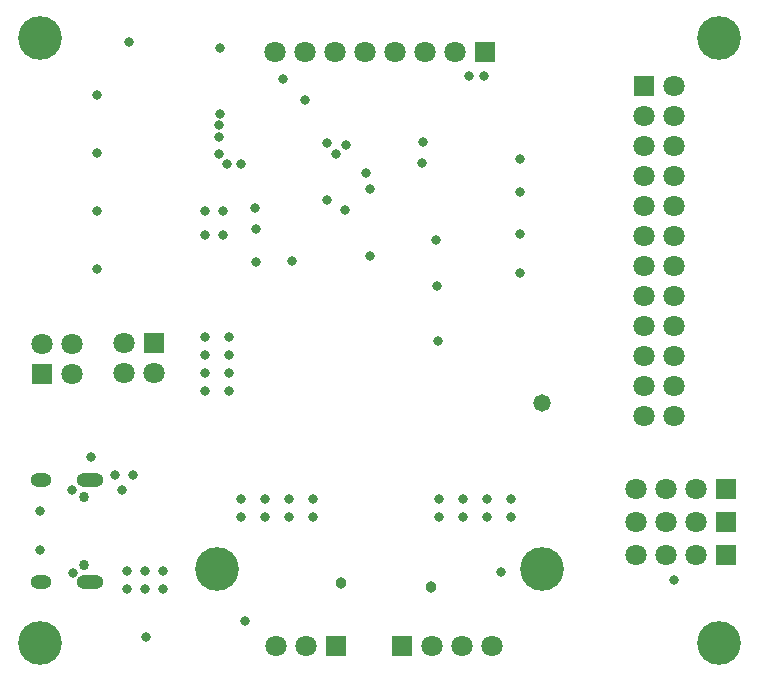
<source format=gbs>
G04 Layer_Color=16711935*
%FSLAX25Y25*%
%MOIN*%
G70*
G01*
G75*
%ADD77C,0.07099*%
%ADD78R,0.07099X0.07099*%
%ADD79C,0.14579*%
%ADD80R,0.07099X0.07099*%
%ADD81C,0.03398*%
%ADD82O,0.09068X0.04737*%
%ADD83O,0.07099X0.04737*%
%ADD84C,0.03200*%
%ADD85C,0.03800*%
%ADD86C,0.05800*%
D77*
X516500Y267600D02*
D03*
X506500D02*
D03*
X516500Y287600D02*
D03*
X506500D02*
D03*
X516500Y307600D02*
D03*
X506500D02*
D03*
X516500Y327600D02*
D03*
X506500D02*
D03*
X516500Y347600D02*
D03*
X506500D02*
D03*
X516500Y367600D02*
D03*
Y357600D02*
D03*
X506500D02*
D03*
Y337600D02*
D03*
X516500D02*
D03*
X506500Y317600D02*
D03*
X516500D02*
D03*
X506500Y297600D02*
D03*
X516500D02*
D03*
X506500Y277600D02*
D03*
X516500D02*
D03*
X506500Y257600D02*
D03*
X516500D02*
D03*
X393307Y378937D02*
D03*
X413307Y378937D02*
D03*
X433307Y378937D02*
D03*
X443307D02*
D03*
X423307D02*
D03*
X403307D02*
D03*
X383307D02*
D03*
X513900Y233500D02*
D03*
X523900D02*
D03*
X503900D02*
D03*
X513900Y222300D02*
D03*
X523900D02*
D03*
X503900D02*
D03*
X513900Y211300D02*
D03*
X523900D02*
D03*
X503900D02*
D03*
X445900Y181200D02*
D03*
X435900D02*
D03*
X455900D02*
D03*
X393800Y181200D02*
D03*
X383800D02*
D03*
X333100Y282000D02*
D03*
Y272000D02*
D03*
X343100D02*
D03*
X315700Y271600D02*
D03*
Y281600D02*
D03*
X305700D02*
D03*
D78*
X506500Y367600D02*
D03*
D79*
X305118Y182087D02*
D03*
X531496D02*
D03*
Y383858D02*
D03*
X305118D02*
D03*
X364173Y206693D02*
D03*
X472441D02*
D03*
D80*
X453307Y378937D02*
D03*
X533900Y233500D02*
D03*
Y222300D02*
D03*
Y211300D02*
D03*
X425900Y181200D02*
D03*
X403800Y181200D02*
D03*
X343100Y282000D02*
D03*
X305700Y271600D02*
D03*
D81*
X319800Y230656D02*
D03*
Y207900D02*
D03*
D82*
X321768Y236286D02*
D03*
Y202270D02*
D03*
D83*
X305312Y236286D02*
D03*
Y202270D02*
D03*
D84*
X448000Y370900D02*
D03*
X453200Y371000D02*
D03*
X406890Y326490D02*
D03*
X389300Y309447D02*
D03*
X315700Y233100D02*
D03*
X316000Y205400D02*
D03*
X332500Y233000D02*
D03*
X334000Y206000D02*
D03*
Y200000D02*
D03*
X340000Y206000D02*
D03*
Y200000D02*
D03*
X346000Y206000D02*
D03*
Y200000D02*
D03*
X330000Y238000D02*
D03*
X336000D02*
D03*
X322000Y244000D02*
D03*
X372000Y230000D02*
D03*
Y224000D02*
D03*
X380000Y230000D02*
D03*
Y224000D02*
D03*
X388000Y230000D02*
D03*
Y224000D02*
D03*
X396000Y230000D02*
D03*
Y224000D02*
D03*
X438000Y230000D02*
D03*
Y224000D02*
D03*
X446000Y230000D02*
D03*
Y224000D02*
D03*
X454000Y230000D02*
D03*
Y224000D02*
D03*
X462000Y230000D02*
D03*
Y224000D02*
D03*
X437540Y301048D02*
D03*
X400900Y329800D02*
D03*
X400700Y348600D02*
D03*
X437900Y282700D02*
D03*
X372300Y341700D02*
D03*
X403900Y344900D02*
D03*
X407200Y348200D02*
D03*
X365200Y358500D02*
D03*
X413700Y338600D02*
D03*
X364700Y354600D02*
D03*
X364900Y350800D02*
D03*
Y344900D02*
D03*
X367600Y341800D02*
D03*
X415000Y333400D02*
D03*
X516500Y203100D02*
D03*
X458800Y205700D02*
D03*
X432700Y349000D02*
D03*
X365000Y380300D02*
D03*
X377100Y320000D02*
D03*
X360000Y284000D02*
D03*
X368000D02*
D03*
X360000Y278000D02*
D03*
X368000D02*
D03*
X360000Y272000D02*
D03*
X368000D02*
D03*
X360000Y266000D02*
D03*
X368000D02*
D03*
X360000Y326000D02*
D03*
X366000D02*
D03*
X360000Y318000D02*
D03*
X366000D02*
D03*
X377100Y309100D02*
D03*
X340600Y184200D02*
D03*
X373500Y189500D02*
D03*
X324036Y306732D02*
D03*
Y326076D02*
D03*
Y345421D02*
D03*
Y364765D02*
D03*
X334700Y382447D02*
D03*
X393347Y363000D02*
D03*
X386300Y370100D02*
D03*
X376900Y326893D02*
D03*
X415154Y311200D02*
D03*
X437000Y316500D02*
D03*
X432600Y342000D02*
D03*
X465246Y305500D02*
D03*
X465093Y318300D02*
D03*
X465047Y332400D02*
D03*
Y343500D02*
D03*
X305100Y226200D02*
D03*
X305000Y213200D02*
D03*
D85*
X435400Y200700D02*
D03*
X405313Y202087D02*
D03*
D86*
X472600Y261900D02*
D03*
M02*

</source>
